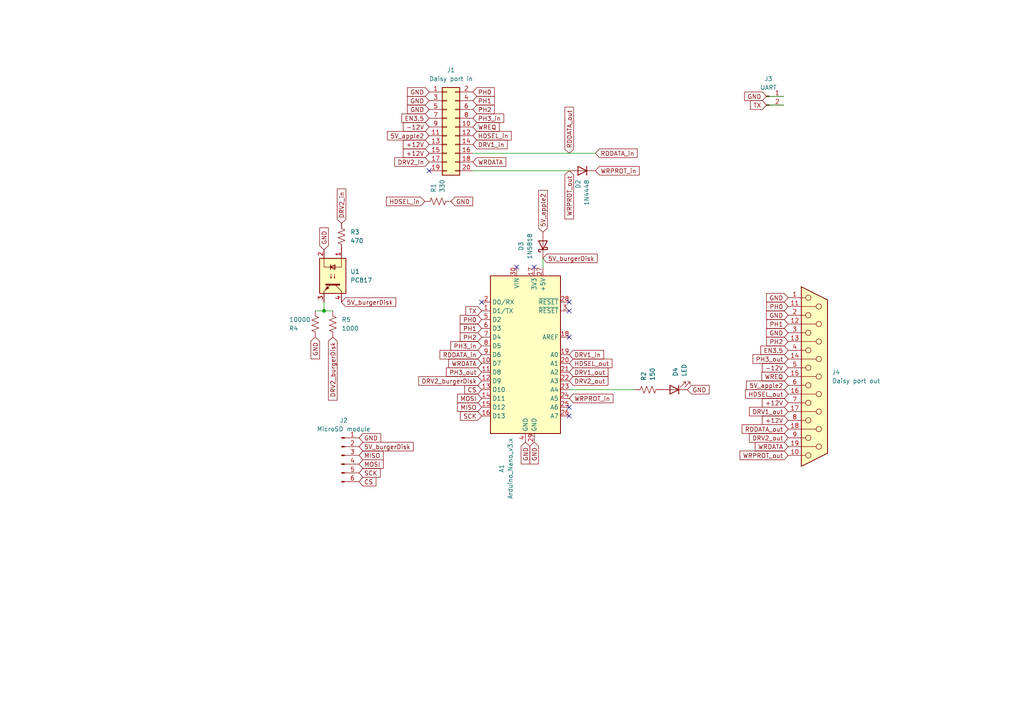
<source format=kicad_sch>
(kicad_sch (version 20250114) (generator "eeschema") (generator_version "9.0")
  (paper "A4")
  (lib_symbols
    (symbol "Connector:Conn_01x02_Pin" (pin_names (offset 1.016) (hide yes))
      (property "Reference" "J" (at 0 2.54 0))
      (property "Value" "Conn_01x02_Pin" (at 0 -5.08 0))
      (symbol "Conn_01x02_Pin_1_1"
        (rectangle (start 0.8636 0.127) (end 0 -0.127) (stroke (width 0.1524)) (fill (type outline)))
        (rectangle (start 0.8636 -2.413) (end 0 -2.667) (stroke (width 0.1524)) (fill (type outline)))
        (polyline (pts (xy 1.27 0) (xy 0.8636 0)) (stroke (width 0.1524)))
        (polyline (pts (xy 1.27 -2.54) (xy 0.8636 -2.54)) (stroke (width 0.1524)))
        (pin passive line (at 5.08 0 180) (length 3.81) (name "Pin_1") (number "1"))
        (pin passive line (at 5.08 -2.54 180) (length 3.81) (name "Pin_2") (number "2"))
      )
    )
    (symbol "Connector:Conn_01x06_Pin" (pin_names (offset 1.016) (hide yes))
      (property "Reference" "J" (at 0 7.62 0))
      (property "Value" "Conn_01x06_Pin" (at 0 -10.16 0))
      (symbol "Conn_01x06_Pin_1_1"
        (rectangle (start 0.8636 5.207) (end 0 4.953) (stroke (width 0.1524)) (fill (type outline)))
        (rectangle (start 0.8636 2.667) (end 0 2.413) (stroke (width 0.1524)) (fill (type outline)))
        (rectangle (start 0.8636 0.127) (end 0 -0.127) (stroke (width 0.1524)) (fill (type outline)))
        (rectangle (start 0.8636 -2.413) (end 0 -2.667) (stroke (width 0.1524)) (fill (type outline)))
        (rectangle (start 0.8636 -4.953) (end 0 -5.207) (stroke (width 0.1524)) (fill (type outline)))
        (rectangle (start 0.8636 -7.493) (end 0 -7.747) (stroke (width 0.1524)) (fill (type outline)))
        (polyline (pts (xy 1.27 5.08) (xy 0.8636 5.08)) (stroke (width 0.1524)))
        (polyline (pts (xy 1.27 2.54) (xy 0.8636 2.54)) (stroke (width 0.1524)))
        (polyline (pts (xy 1.27 0) (xy 0.8636 0)) (stroke (width 0.1524)))
        (polyline (pts (xy 1.27 -2.54) (xy 0.8636 -2.54)) (stroke (width 0.1524)))
        (polyline (pts (xy 1.27 -5.08) (xy 0.8636 -5.08)) (stroke (width 0.1524)))
        (polyline (pts (xy 1.27 -7.62) (xy 0.8636 -7.62)) (stroke (width 0.1524)))
        (pin passive line (at 5.08 5.08 180) (length 3.81) (name "Pin_1") (number "1"))
        (pin passive line (at 5.08 2.54 180) (length 3.81) (name "Pin_2") (number "2"))
        (pin passive line (at 5.08 0 180) (length 3.81) (name "Pin_3") (number "3"))
        (pin passive line (at 5.08 -2.54 180) (length 3.81) (name "Pin_4") (number "4"))
        (pin passive line (at 5.08 -5.08 180) (length 3.81) (name "Pin_5") (number "5"))
        (pin passive line (at 5.08 -7.62 180) (length 3.81) (name "Pin_6") (number "6"))
      )
    )
    (symbol "Connector_Generic:Conn_02x10_Odd_Even" (pin_names (offset 1.016) (hide yes))
      (property "Reference" "J" (at 1.27 12.7 0))
      (property "Value" "Conn_02x10_Odd_Even" (at 1.27 -15.24 0))
      (symbol "Conn_02x10_Odd_Even_1_1"
        (rectangle (start -1.27 11.43) (end 3.81 -13.97) (stroke (width 0.254)) (fill (type background)))
        (rectangle (start -1.27 10.287) (end 0 10.033) (stroke (width 0.1524)))
        (rectangle (start -1.27 7.747) (end 0 7.493) (stroke (width 0.1524)))
        (rectangle (start -1.27 5.207) (end 0 4.953) (stroke (width 0.1524)))
        (rectangle (start -1.27 2.667) (end 0 2.413) (stroke (width 0.1524)))
        (rectangle (start -1.27 0.127) (end 0 -0.127) (stroke (width 0.1524)))
        (rectangle (start -1.27 -2.413) (end 0 -2.667) (stroke (width 0.1524)))
        (rectangle (start -1.27 -4.953) (end 0 -5.207) (stroke (width 0.1524)))
        (rectangle (start -1.27 -7.493) (end 0 -7.747) (stroke (width 0.1524)))
        (rectangle (start -1.27 -10.033) (end 0 -10.287) (stroke (width 0.1524)))
        (rectangle (start -1.27 -12.573) (end 0 -12.827) (stroke (width 0.1524)))
        (rectangle (start 3.81 10.287) (end 2.54 10.033) (stroke (width 0.1524)))
        (rectangle (start 3.81 7.747) (end 2.54 7.493) (stroke (width 0.1524)))
        (rectangle (start 3.81 5.207) (end 2.54 4.953) (stroke (width 0.1524)))
        (rectangle (start 3.81 2.667) (end 2.54 2.413) (stroke (width 0.1524)))
        (rectangle (start 3.81 0.127) (end 2.54 -0.127) (stroke (width 0.1524)))
        (rectangle (start 3.81 -2.413) (end 2.54 -2.667) (stroke (width 0.1524)))
        (rectangle (start 3.81 -4.953) (end 2.54 -5.207) (stroke (width 0.1524)))
        (rectangle (start 3.81 -7.493) (end 2.54 -7.747) (stroke (width 0.1524)))
        (rectangle (start 3.81 -10.033) (end 2.54 -10.287) (stroke (width 0.1524)))
        (rectangle (start 3.81 -12.573) (end 2.54 -12.827) (stroke (width 0.1524)))
        (pin passive line (at -5.08 10.16 0) (length 3.81) (name "Pin_1") (number "1"))
        (pin passive line (at -5.08 7.62 0) (length 3.81) (name "Pin_3") (number "3"))
        (pin passive line (at -5.08 5.08 0) (length 3.81) (name "Pin_5") (number "5"))
        (pin passive line (at -5.08 2.54 0) (length 3.81) (name "Pin_7") (number "7"))
        (pin passive line (at -5.08 0 0) (length 3.81) (name "Pin_9") (number "9"))
        (pin passive line (at -5.08 -2.54 0) (length 3.81) (name "Pin_11") (number "11"))
        (pin passive line (at -5.08 -5.08 0) (length 3.81) (name "Pin_13") (number "13"))
        (pin passive line (at -5.08 -7.62 0) (length 3.81) (name "Pin_15") (number "15"))
        (pin passive line (at -5.08 -10.16 0) (length 3.81) (name "Pin_17") (number "17"))
        (pin passive line (at -5.08 -12.7 0) (length 3.81) (name "Pin_19") (number "19"))
        (pin passive line (at 7.62 10.16 180) (length 3.81) (name "Pin_2") (number "2"))
        (pin passive line (at 7.62 7.62 180) (length 3.81) (name "Pin_4") (number "4"))
        (pin passive line (at 7.62 5.08 180) (length 3.81) (name "Pin_6") (number "6"))
        (pin passive line (at 7.62 2.54 180) (length 3.81) (name "Pin_8") (number "8"))
        (pin passive line (at 7.62 0 180) (length 3.81) (name "Pin_10") (number "10"))
        (pin passive line (at 7.62 -2.54 180) (length 3.81) (name "Pin_12") (number "12"))
        (pin passive line (at 7.62 -5.08 180) (length 3.81) (name "Pin_14") (number "14"))
        (pin passive line (at 7.62 -7.62 180) (length 3.81) (name "Pin_16") (number "16"))
        (pin passive line (at 7.62 -10.16 180) (length 3.81) (name "Pin_18") (number "18"))
        (pin passive line (at 7.62 -12.7 180) (length 3.81) (name "Pin_20") (number "20"))
      )
    )
    (symbol "Device:LED" (pin_numbers (hide yes)) (pin_names (offset 1.016) (hide yes))
      (property "Reference" "D" (at 0 2.54 0))
      (property "Value" "LED" (at 0 -2.54 0))
      (symbol "LED_0_1"
        (polyline (pts (xy -3.048 -0.762) (xy -4.572 -2.286) (xy -3.81 -2.286) (xy -4.572 -2.286) (xy -4.572 -1.524)))
        (polyline (pts (xy -1.778 -0.762) (xy -3.302 -2.286) (xy -2.54 -2.286) (xy -3.302 -2.286) (xy -3.302 -1.524)))
        (polyline (pts (xy -1.27 0) (xy 1.27 0)))
        (polyline (pts (xy -1.27 -1.27) (xy -1.27 1.27)) (stroke (width 0.254)))
        (polyline (pts (xy 1.27 -1.27) (xy 1.27 1.27) (xy -1.27 0) (xy 1.27 -1.27)) (stroke (width 0.254)))
      )
      (symbol "LED_1_1"
        (pin passive line (at -3.81 0 0) (length 2.54) (name "K") (number "1"))
        (pin passive line (at 3.81 0 180) (length 2.54) (name "A") (number "2"))
      )
    )
    (symbol "Device:R_US" (pin_numbers (hide yes)) (pin_names (offset 0))
      (property "Reference" "R" (at 2.54 0 90))
      (property "Value" "R_US" (at -2.54 0 90))
      (symbol "R_US_0_1"
        (polyline (pts (xy 0 2.286) (xy 0 2.54)))
        (polyline (pts (xy 0 2.286) (xy 1.016 1.905) (xy 0 1.524) (xy -1.016 1.143) (xy 0 0.762)))
        (polyline (pts (xy 0 0.762) (xy 1.016 0.381) (xy 0 0) (xy -1.016 -0.381) (xy 0 -0.762)))
        (polyline (pts (xy 0 -0.762) (xy 1.016 -1.143) (xy 0 -1.524) (xy -1.016 -1.905) (xy 0 -2.286)))
        (polyline (pts (xy 0 -2.286) (xy 0 -2.54)))
      )
      (symbol "R_US_1_1"
        (pin passive line (at 0 3.81 270) (length 1.27) (name "~") (number "1"))
        (pin passive line (at 0 -3.81 90) (length 1.27) (name "~") (number "2"))
      )
    )
    (symbol "Diode:1N4448" (pin_numbers (hide yes)) (pin_names (hide yes))
      (property "Reference" "D" (at 0 2.54 0))
      (property "Value" "1N4448" (at 0 -2.54 0))
      (symbol "1N4448_0_1"
        (polyline (pts (xy -1.27 1.27) (xy -1.27 -1.27)) (stroke (width 0.254)))
        (polyline (pts (xy 1.27 1.27) (xy 1.27 -1.27) (xy -1.27 0) (xy 1.27 1.27)) (stroke (width 0.254)))
        (polyline (pts (xy 1.27 0) (xy -1.27 0)))
      )
      (symbol "1N4448_1_1"
        (pin passive line (at -3.81 0 0) (length 2.54) (name "K") (number "1"))
        (pin passive line (at 3.81 0 180) (length 2.54) (name "A") (number "2"))
      )
    )
    (symbol "Diode:1N5818" (pin_numbers (hide yes)) (pin_names (offset 1.016) (hide yes))
      (property "Reference" "D" (at 0 2.54 0))
      (property "Value" "1N5818" (at 0 -2.54 0))
      (symbol "1N5818_0_1"
        (polyline (pts (xy -1.905 0.635) (xy -1.905 1.27) (xy -1.27 1.27) (xy -1.27 -1.27) (xy -0.635 -1.27) (xy -0.635 -0.635)) (stroke (width 0.254)))
        (polyline (pts (xy 1.27 1.27) (xy 1.27 -1.27) (xy -1.27 0) (xy 1.27 1.27)) (stroke (width 0.254)))
        (polyline (pts (xy 1.27 0) (xy -1.27 0)))
      )
      (symbol "1N5818_1_1"
        (pin passive line (at -3.81 0 0) (length 2.54) (name "K") (number "1"))
        (pin passive line (at 3.81 0 180) (length 2.54) (name "A") (number "2"))
      )
    )
    (symbol "Isolator:PC817" (pin_names (offset 1.016))
      (property "Reference" "U" (at -5.08 5.08 0))
      (property "Value" "PC817" (at 0 5.08 0))
      (symbol "PC817_0_1"
        (rectangle (start -5.08 3.81) (end 5.08 -3.81) (stroke (width 0.254)) (fill (type background)))
        (polyline (pts (xy -5.08 2.54) (xy -2.54 2.54) (xy -2.54 -0.635)))
        (polyline (pts (xy -3.175 -0.635) (xy -1.905 -0.635)) (stroke (width 0.254)))
        (polyline (pts (xy -2.54 -0.635) (xy -2.54 -2.54) (xy -5.08 -2.54)))
        (polyline (pts (xy -2.54 -0.635) (xy -3.175 0.635) (xy -1.905 0.635) (xy -2.54 -0.635)) (stroke (width 0.254)))
        (polyline (pts (xy -0.508 0.508) (xy 0.762 0.508) (xy 0.381 0.381) (xy 0.381 0.635) (xy 0.762 0.508)))
        (polyline (pts (xy -0.508 -0.508) (xy 0.762 -0.508) (xy 0.381 -0.635) (xy 0.381 -0.381) (xy 0.762 -0.508)))
        (polyline (pts (xy 2.54 1.905) (xy 2.54 -1.905) (xy 2.54 -1.905)) (stroke (width 0.508)))
        (polyline (pts (xy 2.54 0.635) (xy 4.445 2.54)))
        (polyline (pts (xy 3.048 -1.651) (xy 3.556 -1.143) (xy 4.064 -2.159) (xy 3.048 -1.651) (xy 3.048 -1.651)) (fill (type outline)))
        (polyline (pts (xy 4.445 2.54) (xy 5.08 2.54)))
        (polyline (pts (xy 4.445 -2.54) (xy 2.54 -0.635)) (fill (type outline)))
        (polyline (pts (xy 4.445 -2.54) (xy 5.08 -2.54)))
      )
      (symbol "PC817_1_1"
        (pin passive line (at -7.62 2.54 0) (length 2.54) (name "~") (number "1"))
        (pin passive line (at -7.62 -2.54 0) (length 2.54) (name "~") (number "2"))
        (pin passive line (at 7.62 2.54 180) (length 2.54) (name "~") (number "4"))
        (pin passive line (at 7.62 -2.54 180) (length 2.54) (name "~") (number "3"))
      )
    )
    (symbol "MCU_Module:Arduino_Nano_v3.x"
      (property "Reference" "A" (at -10.16 23.495 0))
      (property "Value" "Arduino_Nano_v3.x" (at 5.08 -24.13 0))
      (symbol "Arduino_Nano_v3.x_0_1"
        (rectangle (start -10.16 22.86) (end 10.16 -22.86) (stroke (width 0.254)) (fill (type background)))
      )
      (symbol "Arduino_Nano_v3.x_1_1"
        (pin bidirectional line (at -12.7 15.24 0) (length 2.54) (name "D0/RX") (number "2"))
        (pin bidirectional line (at -12.7 12.7 0) (length 2.54) (name "D1/TX") (number "1"))
        (pin bidirectional line (at -12.7 10.16 0) (length 2.54) (name "D2") (number "5"))
        (pin bidirectional line (at -12.7 7.62 0) (length 2.54) (name "D3") (number "6"))
        (pin bidirectional line (at -12.7 5.08 0) (length 2.54) (name "D4") (number "7"))
        (pin bidirectional line (at -12.7 2.54 0) (length 2.54) (name "D5") (number "8"))
        (pin bidirectional line (at -12.7 0 0) (length 2.54) (name "D6") (number "9"))
        (pin bidirectional line (at -12.7 -2.54 0) (length 2.54) (name "D7") (number "10"))
        (pin bidirectional line (at -12.7 -5.08 0) (length 2.54) (name "D8") (number "11"))
        (pin bidirectional line (at -12.7 -7.62 0) (length 2.54) (name "D9") (number "12"))
        (pin bidirectional line (at -12.7 -10.16 0) (length 2.54) (name "D10") (number "13"))
        (pin bidirectional line (at -12.7 -12.7 0) (length 2.54) (name "D11") (number "14"))
        (pin bidirectional line (at -12.7 -15.24 0) (length 2.54) (name "D12") (number "15"))
        (pin bidirectional line (at -12.7 -17.78 0) (length 2.54) (name "D13") (number "16"))
        (pin power_in line (at -2.54 25.4 270) (length 2.54) (name "VIN") (number "30"))
        (pin power_in line (at 0 -25.4 90) (length 2.54) (name "GND") (number "4"))
        (pin power_out line (at 2.54 25.4 270) (length 2.54) (name "3V3") (number "17"))
        (pin power_in line (at 2.54 -25.4 90) (length 2.54) (name "GND") (number "29"))
        (pin power_out line (at 5.08 25.4 270) (length 2.54) (name "+5V") (number "27"))
        (pin input line (at 12.7 15.24 180) (length 2.54) (name "~{RESET}") (number "28"))
        (pin input line (at 12.7 12.7 180) (length 2.54) (name "~{RESET}") (number "3"))
        (pin input line (at 12.7 5.08 180) (length 2.54) (name "AREF") (number "18"))
        (pin bidirectional line (at 12.7 0 180) (length 2.54) (name "A0") (number "19"))
        (pin bidirectional line (at 12.7 -2.54 180) (length 2.54) (name "A1") (number "20"))
        (pin bidirectional line (at 12.7 -5.08 180) (length 2.54) (name "A2") (number "21"))
        (pin bidirectional line (at 12.7 -7.62 180) (length 2.54) (name "A3") (number "22"))
        (pin bidirectional line (at 12.7 -10.16 180) (length 2.54) (name "A4") (number "23"))
        (pin bidirectional line (at 12.7 -12.7 180) (length 2.54) (name "A5") (number "24"))
        (pin bidirectional line (at 12.7 -15.24 180) (length 2.54) (name "A6") (number "25"))
        (pin bidirectional line (at 12.7 -17.78 180) (length 2.54) (name "A7") (number "26"))
      )
    )
    (symbol "db19:DB19_Female" (pin_names (offset 1.016) (hide yes))
      (property "Reference" "J" (at 0 26.67 0))
      (property "Value" "DB19_Female" (at 0 -27.94 0))
      (symbol "DB19_Female_0_1"
        (polyline (pts (xy -3.81 26.035) (xy 3.81 22.225) (xy 3.81 -22.225) (xy -3.81 -26.035) (xy -3.81 26.035)) (stroke (width 0.254)) (fill (type background)))
        (polyline (pts (xy -3.81 22.86) (xy -2.54 22.86)))
        (polyline (pts (xy -3.81 20.32) (xy 0.508 20.32)))
        (polyline (pts (xy -3.81 17.78) (xy -2.54 17.78)))
        (polyline (pts (xy -3.81 15.24) (xy 0.508 15.24)))
        (polyline (pts (xy -3.81 12.7) (xy -2.54 12.7)))
        (polyline (pts (xy -3.81 10.16) (xy 0.508 10.16)))
        (polyline (pts (xy -3.81 7.62) (xy -2.54 7.62)))
        (polyline (pts (xy -3.81 5.08) (xy 0.508 5.08)))
        (polyline (pts (xy -3.81 2.54) (xy -2.54 2.54)))
        (polyline (pts (xy -3.81 0) (xy 0.508 0)))
        (polyline (pts (xy -3.81 -2.54) (xy -2.54 -2.54)))
        (polyline (pts (xy -3.81 -5.08) (xy 0.508 -5.08)))
        (polyline (pts (xy -3.81 -7.62) (xy -2.54 -7.62)))
        (polyline (pts (xy -3.81 -10.16) (xy 0.508 -10.16)))
        (polyline (pts (xy -3.81 -12.7) (xy -2.54 -12.7)))
        (polyline (pts (xy -3.81 -15.24) (xy 0.508 -15.24)))
        (polyline (pts (xy -3.81 -17.78) (xy -2.54 -17.78)))
        (polyline (pts (xy -3.81 -20.32) (xy 0.508 -20.32)))
        (polyline (pts (xy -3.81 -22.86) (xy -2.54 -22.86)))
        (circle (center -1.778 22.86) (radius 0.762))
        (circle (center -1.778 17.78) (radius 0.762))
        (circle (center -1.778 12.7) (radius 0.762))
        (circle (center -1.778 7.62) (radius 0.762))
        (circle (center -1.778 2.54) (radius 0.762))
        (circle (center -1.778 -2.54) (radius 0.762))
        (circle (center -1.778 -7.62) (radius 0.762))
        (circle (center -1.778 -12.7) (radius 0.762))
        (circle (center -1.778 -17.78) (radius 0.762))
        (circle (center -1.778 -22.86) (radius 0.762))
        (circle (center 1.27 20.32) (radius 0.762))
        (circle (center 1.27 15.24) (radius 0.762))
        (circle (center 1.27 10.16) (radius 0.762))
        (circle (center 1.27 5.08) (radius 0.762))
        (circle (center 1.27 0) (radius 0.762))
        (circle (center 1.27 -5.08) (radius 0.762))
        (circle (center 1.27 -10.16) (radius 0.762))
        (circle (center 1.27 -15.24) (radius 0.762))
        (circle (center 1.27 -20.32) (radius 0.762))
      )
      (symbol "DB19_Female_1_1"
        (pin passive line (at -7.62 22.86 0) (length 3.81) (name "1") (number "1"))
        (pin passive line (at -7.62 20.32 0) (length 3.81) (name "P11") (number "11"))
        (pin passive line (at -7.62 17.78 0) (length 3.81) (name "2") (number "2"))
        (pin passive line (at -7.62 15.24 0) (length 3.81) (name "P12") (number "12"))
        (pin passive line (at -7.62 12.7 0) (length 3.81) (name "3") (number "3"))
        (pin passive line (at -7.62 10.16 0) (length 3.81) (name "P13") (number "13"))
        (pin passive line (at -7.62 7.62 0) (length 3.81) (name "4") (number "4"))
        (pin passive line (at -7.62 5.08 0) (length 3.81) (name "P14") (number "14"))
        (pin passive line (at -7.62 2.54 0) (length 3.81) (name "5") (number "5"))
        (pin passive line (at -7.62 0 0) (length 3.81) (name "P15") (number "15"))
        (pin passive line (at -7.62 -2.54 0) (length 3.81) (name "6") (number "6"))
        (pin passive line (at -7.62 -5.08 0) (length 3.81) (name "P16") (number "16"))
        (pin passive line (at -7.62 -7.62 0) (length 3.81) (name "7") (number "7"))
        (pin passive line (at -7.62 -10.16 0) (length 3.81) (name "P17") (number "17"))
        (pin passive line (at -7.62 -12.7 0) (length 3.81) (name "8") (number "8"))
        (pin passive line (at -7.62 -15.24 0) (length 3.81) (name "P18") (number "18"))
        (pin passive line (at -7.62 -17.78 0) (length 3.81) (name "9") (number "9"))
        (pin passive line (at -7.62 -20.32 0) (length 3.81) (name "P19") (number "19"))
        (pin passive line (at -7.62 -22.86 0) (length 3.81) (name "10") (number "10"))
      )
    )
  )
  (junction (at 93.98 90.17))
  (no_connect (at 165.1 90.17))
  (no_connect (at 154.94 77.47))
  (no_connect (at 165.1 120.65))
  (no_connect (at 165.1 87.63))
  (no_connect (at 165.1 97.79))
  (no_connect (at 139.7 87.63))
  (no_connect (at 165.1 118.11))
  (no_connect (at 149.86 77.47))
  (no_connect (at 124.46 49.53))
  (wire (pts (xy 184.15 113.03) (xy 165.1 113.03)))
  (wire (pts (xy 91.44 90.17) (xy 93.98 90.17)))
  (wire (pts (xy 165.1 49.53) (xy 137.16 49.53)))
  (wire (pts (xy 93.98 87.63) (xy 93.98 90.17)))
  (wire (pts (xy 93.98 90.17) (xy 96.52 90.17)))
  (wire (pts (xy 137.16 44.45) (xy 172.72 44.45)))
  (wire (pts (xy 222.25 30.48) (xy 227.33 30.48)))
  (wire (pts (xy 157.48 74.93) (xy 157.48 77.47)))
  (wire (pts (xy 222.25 27.94) (xy 227.33 27.94)))
  (global_label "PH2" (shape input) (at 137.16 31.75 0) (property "Intersheetrefs" "${INTERSHEET_REFS}" (effects (hide yes))))
  (global_label "+12V" (shape input) (at 228.6 121.92 180) (property "Intersheetrefs" "${INTERSHEET_REFS}" (effects (hide yes))))
  (global_label "PH1" (shape input) (at 139.7 95.25 180) (property "Intersheetrefs" "${INTERSHEET_REFS}" (effects (hide yes))))
  (global_label "5V_burgerDisk" (shape input) (at 99.06 87.63 0) (property "Intersheetrefs" "${INTERSHEET_REFS}" (effects (hide yes))))
  (global_label "WRDATA" (shape input) (at 228.6 129.54 180) (property "Intersheetrefs" "${INTERSHEET_REFS}" (effects (hide yes))))
  (global_label "WRDATA" (shape input) (at 139.7 105.41 180) (property "Intersheetrefs" "${INTERSHEET_REFS}" (effects (hide yes))))
  (global_label "GND" (shape input) (at 124.46 29.21 180) (property "Intersheetrefs" "${INTERSHEET_REFS}" (effects (hide yes))))
  (global_label "GND" (shape input) (at 124.46 31.75 180) (property "Intersheetrefs" "${INTERSHEET_REFS}" (effects (hide yes))))
  (global_label "PH0" (shape input) (at 139.7 92.71 180) (property "Intersheetrefs" "${INTERSHEET_REFS}" (effects (hide yes))))
  (global_label "GND" (shape input) (at 152.4 128.27 270) (property "Intersheetrefs" "${INTERSHEET_REFS}" (effects (hide yes))))
  (global_label "-12V" (shape input) (at 228.6 106.68 180) (property "Intersheetrefs" "${INTERSHEET_REFS}" (effects (hide yes))))
  (global_label "DRV2_out" (shape input) (at 228.6 127 180) (property "Intersheetrefs" "${INTERSHEET_REFS}" (effects (hide yes))))
  (global_label "GND" (shape input) (at 228.6 96.52 180) (property "Intersheetrefs" "${INTERSHEET_REFS}" (effects (hide yes))))
  (global_label "WRPROT_in" (shape input) (at 172.72 49.53 0) (property "Intersheetrefs" "${INTERSHEET_REFS}" (effects (hide yes))))
  (global_label "DRV2_burgerDisk" (shape input) (at 96.52 97.79 270) (property "Intersheetrefs" "${INTERSHEET_REFS}" (effects (hide yes))))
  (global_label "GND" (shape input) (at 199.39 113.03 0) (property "Intersheetrefs" "${INTERSHEET_REFS}" (effects (hide yes))))
  (global_label "PH3_out" (shape input) (at 139.7 107.95 180) (property "Intersheetrefs" "${INTERSHEET_REFS}" (effects (hide yes))))
  (global_label "RDDATA_out" (shape input) (at 165.1 44.45 90) (property "Intersheetrefs" "${INTERSHEET_REFS}" (effects (hide yes))))
  (global_label "HDSEL_in" (shape input) (at 137.16 39.37 0) (property "Intersheetrefs" "${INTERSHEET_REFS}" (effects (hide yes))))
  (global_label "TX" (shape input) (at 139.7 90.17 180) (property "Intersheetrefs" "${INTERSHEET_REFS}" (effects (hide yes))))
  (global_label "GND" (shape input) (at 154.94 128.27 270) (property "Intersheetrefs" "${INTERSHEET_REFS}" (effects (hide yes))))
  (global_label "PH1" (shape input) (at 137.16 29.21 0) (property "Intersheetrefs" "${INTERSHEET_REFS}" (effects (hide yes))))
  (global_label "RDDATA_in" (shape input) (at 172.72 44.45 0) (property "Intersheetrefs" "${INTERSHEET_REFS}" (effects (hide yes))))
  (global_label "GND" (shape input) (at 130.81 58.42 0) (property "Intersheetrefs" "${INTERSHEET_REFS}" (effects (hide yes))))
  (global_label "HDSEL_out" (shape input) (at 228.6 114.3 180) (property "Intersheetrefs" "${INTERSHEET_REFS}" (effects (hide yes))))
  (global_label "PH0" (shape input) (at 137.16 26.67 0) (property "Intersheetrefs" "${INTERSHEET_REFS}" (effects (hide yes))))
  (global_label "5V_burgerDisk" (shape input) (at 157.48 74.93 0) (property "Intersheetrefs" "${INTERSHEET_REFS}" (effects (hide yes))))
  (global_label "PH2" (shape input) (at 139.7 97.79 180) (property "Intersheetrefs" "${INTERSHEET_REFS}" (effects (hide yes))))
  (global_label "DRV1_out" (shape input) (at 165.1 107.95 0) (property "Intersheetrefs" "${INTERSHEET_REFS}" (effects (hide yes))))
  (global_label "RDDATA_in" (shape input) (at 139.7 102.87 180) (property "Intersheetrefs" "${INTERSHEET_REFS}" (effects (hide yes))))
  (global_label "PH0" (shape input) (at 228.6 88.9 180) (property "Intersheetrefs" "${INTERSHEET_REFS}" (effects (hide yes))))
  (global_label "GND" (shape input) (at 91.44 97.79 270) (property "Intersheetrefs" "${INTERSHEET_REFS}" (effects (hide yes))))
  (global_label "DRV2_in" (shape input) (at 124.46 46.99 180) (property "Intersheetrefs" "${INTERSHEET_REFS}" (effects (hide yes))))
  (global_label "DRV1_in" (shape input) (at 137.16 41.91 0) (property "Intersheetrefs" "${INTERSHEET_REFS}" (effects (hide yes))))
  (global_label "HDSEL_out" (shape input) (at 165.1 105.41 0) (property "Intersheetrefs" "${INTERSHEET_REFS}" (effects (hide yes))))
  (global_label "DRV2_out" (shape input) (at 165.1 110.49 0) (property "Intersheetrefs" "${INTERSHEET_REFS}" (effects (hide yes))))
  (global_label "RDDATA_out" (shape input) (at 228.6 124.46 180) (property "Intersheetrefs" "${INTERSHEET_REFS}" (effects (hide yes))))
  (global_label "GND" (shape input) (at 124.46 26.67 180) (property "Intersheetrefs" "${INTERSHEET_REFS}" (effects (hide yes))))
  (global_label "DRV2_burgerDisk" (shape input) (at 139.7 110.49 180) (property "Intersheetrefs" "${INTERSHEET_REFS}" (effects (hide yes))))
  (global_label "5V_burgerDisk" (shape input) (at 104.14 129.54 0) (property "Intersheetrefs" "${INTERSHEET_REFS}" (effects (hide yes))))
  (global_label "HDSEL_in" (shape input) (at 123.19 58.42 180) (property "Intersheetrefs" "${INTERSHEET_REFS}" (effects (hide yes))))
  (global_label "PH3_in" (shape input) (at 139.7 100.33 180) (property "Intersheetrefs" "${INTERSHEET_REFS}" (effects (hide yes))))
  (global_label "GND" (shape input) (at 228.6 86.36 180) (property "Intersheetrefs" "${INTERSHEET_REFS}" (effects (hide yes))))
  (global_label "5V_apple2" (shape input) (at 228.6 111.76 180) (property "Intersheetrefs" "${INTERSHEET_REFS}" (effects (hide yes))))
  (global_label "SCK" (shape input) (at 104.14 137.16 0) (property "Intersheetrefs" "${INTERSHEET_REFS}" (effects (hide yes))))
  (global_label "TX" (shape input) (at 222.25 30.48 180) (property "Intersheetrefs" "${INTERSHEET_REFS}" (effects (hide yes))))
  (global_label "GND" (shape input) (at 228.6 91.44 180) (property "Intersheetrefs" "${INTERSHEET_REFS}" (effects (hide yes))))
  (global_label "-12V" (shape input) (at 124.46 36.83 180) (property "Intersheetrefs" "${INTERSHEET_REFS}" (effects (hide yes))))
  (global_label "MISO" (shape input) (at 139.7 118.11 180) (property "Intersheetrefs" "${INTERSHEET_REFS}" (effects (hide yes))))
  (global_label "WRDATA" (shape input) (at 137.16 46.99 0) (property "Intersheetrefs" "${INTERSHEET_REFS}" (effects (hide yes))))
  (global_label "PH3_in" (shape input) (at 137.16 34.29 0) (property "Intersheetrefs" "${INTERSHEET_REFS}" (effects (hide yes))))
  (global_label "WRPROT_out" (shape input) (at 165.1 49.53 270) (property "Intersheetrefs" "${INTERSHEET_REFS}" (effects (hide yes))))
  (global_label "+12V" (shape input) (at 124.46 44.45 180) (property "Intersheetrefs" "${INTERSHEET_REFS}" (effects (hide yes))))
  (global_label "DRV1_in" (shape input) (at 165.1 102.87 0) (property "Intersheetrefs" "${INTERSHEET_REFS}" (effects (hide yes))))
  (global_label "WREQ" (shape input) (at 228.6 109.22 180) (property "Intersheetrefs" "${INTERSHEET_REFS}" (effects (hide yes))))
  (global_label "DRV1_out" (shape input) (at 228.6 119.38 180) (property "Intersheetrefs" "${INTERSHEET_REFS}" (effects (hide yes))))
  (global_label "PH2" (shape input) (at 228.6 99.06 180) (property "Intersheetrefs" "${INTERSHEET_REFS}" (effects (hide yes))))
  (global_label "PH1" (shape input) (at 228.6 93.98 180) (property "Intersheetrefs" "${INTERSHEET_REFS}" (effects (hide yes))))
  (global_label "EN3.5" (shape input) (at 228.6 101.6 180) (property "Intersheetrefs" "${INTERSHEET_REFS}" (effects (hide yes))))
  (global_label "5V_apple2" (shape input) (at 157.48 67.31 90) (property "Intersheetrefs" "${INTERSHEET_REFS}" (effects (hide yes))))
  (global_label "CS" (shape input) (at 104.14 139.7 0) (property "Intersheetrefs" "${INTERSHEET_REFS}" (effects (hide yes))))
  (global_label "PH3_out" (shape input) (at 228.6 104.14 180) (property "Intersheetrefs" "${INTERSHEET_REFS}" (effects (hide yes))))
  (global_label "MISO" (shape input) (at 104.14 132.08 0) (property "Intersheetrefs" "${INTERSHEET_REFS}" (effects (hide yes))))
  (global_label "5V_apple2" (shape input) (at 124.46 39.37 180) (property "Intersheetrefs" "${INTERSHEET_REFS}" (effects (hide yes))))
  (global_label "GND" (shape input) (at 93.98 72.39 90) (property "Intersheetrefs" "${INTERSHEET_REFS}" (effects (hide yes))))
  (global_label "+12V" (shape input) (at 228.6 116.84 180) (property "Intersheetrefs" "${INTERSHEET_REFS}" (effects (hide yes))))
  (global_label "MOSI" (shape input) (at 139.7 115.57 180) (property "Intersheetrefs" "${INTERSHEET_REFS}" (effects (hide yes))))
  (global_label "GND" (shape input) (at 104.14 127 0) (property "Intersheetrefs" "${INTERSHEET_REFS}" (effects (hide yes))))
  (global_label "WRPROT_in" (shape input) (at 165.1 115.57 0) (property "Intersheetrefs" "${INTERSHEET_REFS}" (effects (hide yes))))
  (global_label "MOSI" (shape input) (at 104.14 134.62 0) (property "Intersheetrefs" "${INTERSHEET_REFS}" (effects (hide yes))))
  (global_label "WREQ" (shape input) (at 137.16 36.83 0) (property "Intersheetrefs" "${INTERSHEET_REFS}" (effects (hide yes))))
  (global_label "EN3.5" (shape input) (at 124.46 34.29 180) (property "Intersheetrefs" "${INTERSHEET_REFS}" (effects (hide yes))))
  (global_label "CS" (shape input) (at 139.7 113.03 180) (property "Intersheetrefs" "${INTERSHEET_REFS}" (effects (hide yes))))
  (global_label "WRPROT_out" (shape input) (at 228.6 132.08 180) (property "Intersheetrefs" "${INTERSHEET_REFS}" (effects (hide yes))))
  (global_label "SCK" (shape input) (at 139.7 120.65 180) (property "Intersheetrefs" "${INTERSHEET_REFS}" (effects (hide yes))))
  (global_label "DRV2_in" (shape input) (at 99.06 64.77 90) (property "Intersheetrefs" "${INTERSHEET_REFS}" (effects (hide yes))))
  (global_label "+12V" (shape input) (at 124.46 41.91 180) (property "Intersheetrefs" "${INTERSHEET_REFS}" (effects (hide yes))))
  (global_label "GND" (shape input) (at 222.25 27.94 180) (property "Intersheetrefs" "${INTERSHEET_REFS}" (effects (hide yes))))
  (symbol (lib_id "Connector:Conn_01x02_Pin") (at 222.25 27.94 0) (unit 1)
    (property "Reference" "J3" (at 222.885 22.86 0))
    (property "Value" "UART" (at 222.885 25.4 0))
    (property "Footprint" "Connector_PinHeader_2.54mm:PinHeader_1x02_P2.54mm_Vertical" (effects (hide yes)))
    (property "LCSC" "C6273326" (effects (hide yes)))
  )
  (symbol (lib_id "db19:DB19_Female") (at 236.22 109.22 0) (unit 1)
    (property "Reference" "J4" (at 241.3 107.95 0) (effects (justify left)))
    (property "Value" "Daisy port out" (at 241.3 110.49 0) (effects (justify left)))
    (property "Footprint" "DSUB-19-soldertype:DSUB-19_Female_EdgeMount_Pitch2.77mm" (effects (hide yes)))
  )
  (symbol (lib_id "Diode:1N4448") (at 168.91 49.53 180) (unit 1)
    (property "Reference" "D2" (at 167.64 52.07 90) (effects (justify left)))
    (property "Value" "1N4448" (at 170.18 52.07 90) (effects (justify left)))
    (property "Footprint" "Diode_THT:D_DO-35_SOD27_P7.62mm_Horizontal" (effects (hide yes)))
    (property "Datasheet" "https://assets.nexperia.com/documents/data-sheet/1N4148_1N4448.pdf" (effects (hide yes)))
    (property "Sim.Device" "D" (effects (hide yes)))
    (property "Sim.Pins" "1=K 2=A" (effects (hide yes)))
    (property "LCSC" "C258170" (effects (hide yes)))
  )
  (symbol (lib_id "Device:R_US") (at 91.44 93.98 180) (unit 1)
    (property "Reference" "R4" (at 83.82 95.25 0) (effects (justify right)))
    (property "Value" "10000" (at 83.82 92.71 0) (effects (justify right)))
    (property "Footprint" "Resistor_THT:R_Axial_DIN0207_L6.3mm_D2.5mm_P7.62mm_Horizontal" (effects (hide yes)))
    (property "LCSC" "C57436" (effects (hide yes)))
  )
  (symbol (lib_id "Connector:Conn_01x06_Pin") (at 99.06 132.08 0) (unit 1)
    (property "Reference" "J2" (at 99.695 121.92 0))
    (property "Value" "MicroSD module" (at 99.695 124.46 0))
    (property "Footprint" "Connector_PinHeader_2.54mm:PinHeader_1x06_P2.54mm_Vertical" (effects (hide yes)))
    (property "LCSC" "C56816" (effects (hide yes)))
  )
  (symbol (lib_id "Device:R_US") (at 99.06 68.58 0) (unit 1)
    (property "Reference" "R3" (at 101.6 67.31 0) (effects (justify left)))
    (property "Value" "470" (at 101.6 69.85 0) (effects (justify left)))
    (property "Footprint" "Resistor_THT:R_Axial_DIN0309_L9.0mm_D3.2mm_P12.70mm_Horizontal" (effects (hide yes)))
    (property "LCSC" "C129899" (effects (hide yes)))
  )
  (symbol (lib_id "Device:LED") (at 195.58 113.03 180) (unit 1)
    (property "Reference" "D4" (at 195.8975 109.22 90) (effects (justify right)))
    (property "Value" "LED" (at 198.4375 109.22 90) (effects (justify right)))
    (property "Footprint" "Connector_PinHeader_2.54mm:PinHeader_1x02_P2.54mm_Vertical" (effects (hide yes)))
    (property "LCSC" "C6273326" (effects (hide yes)))
  )
  (symbol (lib_id "Connector_Generic:Conn_02x10_Odd_Even") (at 129.54 36.83 0) (unit 1)
    (property "Reference" "J1" (at 130.81 20.32 0))
    (property "Value" "Daisy port in" (at 130.81 22.86 0))
    (property "Footprint" "Connector_IDC:IDC-Header_2x10_P2.54mm_Vertical" (effects (hide yes)))
    (property "LCSC" "C3405" (effects (hide yes)))
  )
  (symbol (lib_id "Isolator:PC817") (at 96.52 80.01 270) (unit 1)
    (property "Reference" "U1" (at 101.6 78.74 90) (effects (justify left)))
    (property "Value" "PC817" (at 101.6 81.28 90) (effects (justify left)))
    (property "Footprint" "Package_DIP:DIP-4_W7.62mm" (effects (hide yes)))
    (property "Datasheet" "http://www.soselectronic.cz/a_info/resource/d/pc817.pdf" (effects (hide yes)))
    (property "LCSC" "C5350" (effects (hide yes)))
  )
  (symbol (lib_id "Device:R_US") (at 187.96 113.03 270) (unit 1)
    (property "Reference" "R2" (at 186.69 110.49 0) (effects (justify right)))
    (property "Value" "150" (at 189.23 110.49 0) (effects (justify right)))
    (property "Footprint" "Resistor_THT:R_Axial_DIN0207_L6.3mm_D2.5mm_P7.62mm_Horizontal" (effects (hide yes)))
    (property "LCSC" "C58668" (effects (hide yes)))
  )
  (symbol (lib_id "MCU_Module:Arduino_Nano_v3.x") (at 152.4 102.87 0) (unit 1)
    (property "Reference" "A1" (at 145.4719 135.89 90))
    (property "Value" "Arduino_Nano_v3.x" (at 148.0119 135.89 90))
    (property "Footprint" "Module:Arduino_Nano" (effects (hide yes)))
    (property "Datasheet" "http://www.mouser.com/pdfdocs/Gravitech_Arduino_Nano3_0.pdf" (effects (hide yes)))
  )
  (symbol (lib_id "Device:R_US") (at 127 58.42 270) (unit 1)
    (property "Reference" "R1" (at 125.73 55.88 0) (effects (justify right)))
    (property "Value" "330" (at 128.27 55.88 0) (effects (justify right)))
    (property "Footprint" "Resistor_THT:R_Axial_DIN0207_L6.3mm_D2.5mm_P7.62mm_Horizontal" (effects (hide yes)))
    (property "LCSC" "C58608" (effects (hide yes)))
  )
  (symbol (lib_id "Diode:1N5818") (at 157.48 71.12 90) (unit 1)
    (property "Reference" "D3" (at 151.13 71.4375 0))
    (property "Value" "1N5818" (at 153.67 71.4375 0))
    (property "Footprint" "Diode_THT:D_DO-41_SOD81_P7.62mm_Horizontal" (effects (hide yes)))
    (property "Datasheet" "http://www.vishay.com/docs/88525/1n5817.pdf" (effects (hide yes)))
    (property "LCSC" "C402217" (effects (hide yes)))
  )
  (symbol (lib_id "Device:R_US") (at 96.52 93.98 180) (unit 1)
    (property "Reference" "R5" (at 99.06 92.71 0) (effects (justify right)))
    (property "Value" "1000" (at 99.06 95.25 0) (effects (justify right)))
    (property "Footprint" "Resistor_THT:R_Axial_DIN0207_L6.3mm_D2.5mm_P7.62mm_Horizontal" (effects (hide yes)))
    (property "LCSC" "C57435" (effects (hide yes)))
  )
)
</source>
